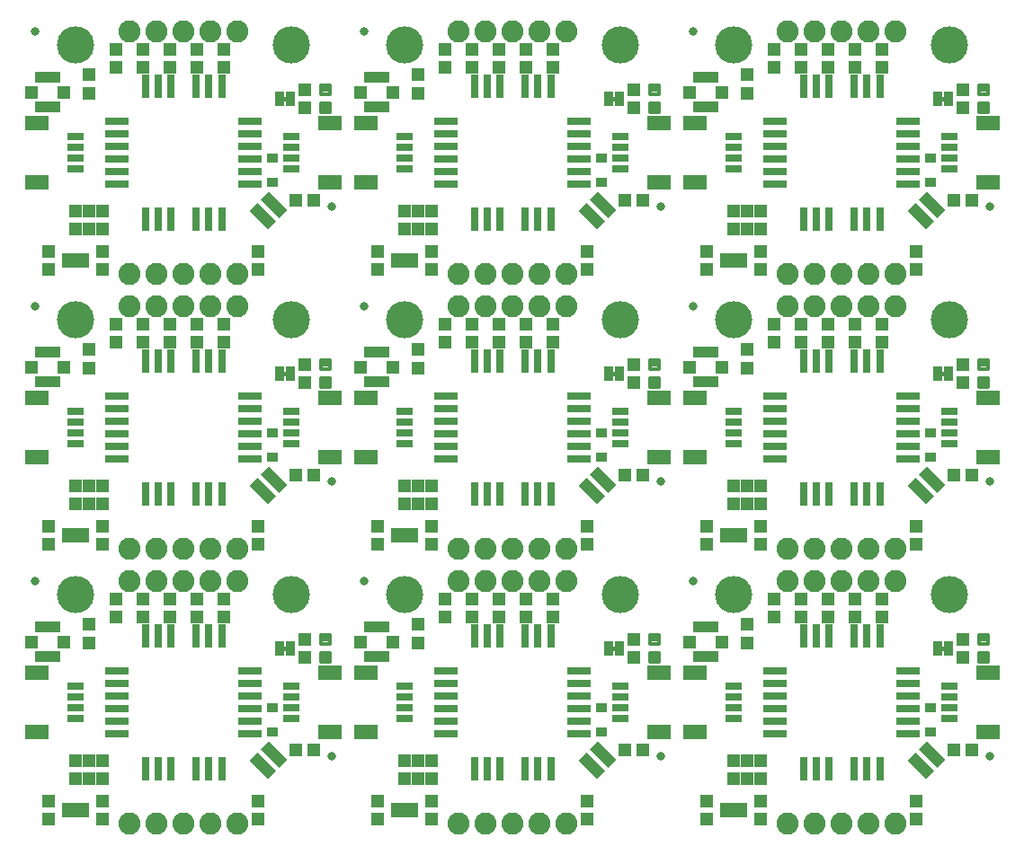
<source format=gts>
G75*
%MOIN*%
%OFA0B0*%
%FSLAX25Y25*%
%IPPOS*%
%LPD*%
%AMOC8*
5,1,8,0,0,1.08239X$1,22.5*
%
%ADD10C,0.13800*%
%ADD11C,0.03300*%
%ADD12R,0.08674X0.05524*%
%ADD13R,0.06115X0.03162*%
%ADD14C,0.08200*%
%ADD15R,0.04737X0.05131*%
%ADD16R,0.09658X0.04146*%
%ADD17R,0.08674X0.03162*%
%ADD18R,0.03162X0.08674*%
%ADD19R,0.03300X0.05800*%
%ADD20C,0.01421*%
%ADD21C,0.00500*%
%ADD22R,0.04068X0.03280*%
%ADD23R,0.05131X0.04737*%
%ADD24R,0.09461X0.04146*%
%ADD25R,0.04934X0.04737*%
D10*
X0064500Y0151833D03*
X0144500Y0151833D03*
X0186500Y0151833D03*
X0266500Y0151833D03*
X0308500Y0151833D03*
X0388500Y0151833D03*
X0388500Y0253833D03*
X0308500Y0253833D03*
X0266500Y0253833D03*
X0186500Y0253833D03*
X0144500Y0253833D03*
X0064500Y0253833D03*
X0064500Y0355833D03*
X0144500Y0355833D03*
X0186500Y0355833D03*
X0266500Y0355833D03*
X0308500Y0355833D03*
X0388500Y0355833D03*
D11*
X0403500Y0295833D03*
X0293500Y0258833D03*
X0281500Y0295833D03*
X0293500Y0360833D03*
X0171500Y0360833D03*
X0159500Y0295833D03*
X0171500Y0258833D03*
X0159500Y0193833D03*
X0171500Y0156833D03*
X0159500Y0091833D03*
X0049500Y0156833D03*
X0049500Y0258833D03*
X0049500Y0360833D03*
X0281500Y0193833D03*
X0293500Y0156833D03*
X0281500Y0091833D03*
X0403500Y0091833D03*
X0403500Y0193833D03*
D12*
X0402969Y0202810D03*
X0402969Y0224857D03*
X0402969Y0304810D03*
X0402969Y0326857D03*
X0294031Y0326857D03*
X0280969Y0326857D03*
X0280969Y0304810D03*
X0294031Y0304810D03*
X0294031Y0224857D03*
X0280969Y0224857D03*
X0280969Y0202810D03*
X0294031Y0202810D03*
X0294031Y0122857D03*
X0280969Y0122857D03*
X0280969Y0100810D03*
X0294031Y0100810D03*
X0402969Y0100810D03*
X0402969Y0122857D03*
X0172031Y0122857D03*
X0158969Y0122857D03*
X0158969Y0100810D03*
X0172031Y0100810D03*
X0050031Y0100810D03*
X0050031Y0122857D03*
X0050031Y0202810D03*
X0050031Y0224857D03*
X0050031Y0304810D03*
X0050031Y0326857D03*
X0158969Y0326857D03*
X0172031Y0326857D03*
X0172031Y0304810D03*
X0158969Y0304810D03*
X0158969Y0224857D03*
X0172031Y0224857D03*
X0172031Y0202810D03*
X0158969Y0202810D03*
D13*
X0144500Y0207928D03*
X0144500Y0211865D03*
X0144500Y0215802D03*
X0144500Y0219739D03*
X0186500Y0219739D03*
X0186500Y0215802D03*
X0186500Y0211865D03*
X0186500Y0207928D03*
X0266500Y0207928D03*
X0266500Y0211865D03*
X0266500Y0215802D03*
X0266500Y0219739D03*
X0308500Y0219739D03*
X0308500Y0215802D03*
X0308500Y0211865D03*
X0308500Y0207928D03*
X0388500Y0207928D03*
X0388500Y0211865D03*
X0388500Y0215802D03*
X0388500Y0219739D03*
X0388500Y0309928D03*
X0388500Y0313865D03*
X0388500Y0317802D03*
X0388500Y0321739D03*
X0308500Y0321739D03*
X0308500Y0317802D03*
X0308500Y0313865D03*
X0308500Y0309928D03*
X0266500Y0309928D03*
X0266500Y0313865D03*
X0266500Y0317802D03*
X0266500Y0321739D03*
X0186500Y0321739D03*
X0186500Y0317802D03*
X0186500Y0313865D03*
X0186500Y0309928D03*
X0144500Y0309928D03*
X0144500Y0313865D03*
X0144500Y0317802D03*
X0144500Y0321739D03*
X0064500Y0321739D03*
X0064500Y0317802D03*
X0064500Y0313865D03*
X0064500Y0309928D03*
X0064500Y0219739D03*
X0064500Y0215802D03*
X0064500Y0211865D03*
X0064500Y0207928D03*
X0064500Y0117739D03*
X0064500Y0113802D03*
X0064500Y0109865D03*
X0064500Y0105928D03*
X0144500Y0105928D03*
X0144500Y0109865D03*
X0144500Y0113802D03*
X0144500Y0117739D03*
X0186500Y0117739D03*
X0186500Y0113802D03*
X0186500Y0109865D03*
X0186500Y0105928D03*
X0266500Y0105928D03*
X0266500Y0109865D03*
X0266500Y0113802D03*
X0266500Y0117739D03*
X0308500Y0117739D03*
X0308500Y0113802D03*
X0308500Y0109865D03*
X0308500Y0105928D03*
X0388500Y0105928D03*
X0388500Y0109865D03*
X0388500Y0113802D03*
X0388500Y0117739D03*
D14*
X0368500Y0156833D03*
X0358500Y0156833D03*
X0348500Y0156833D03*
X0338500Y0156833D03*
X0328500Y0156833D03*
X0328500Y0168833D03*
X0338500Y0168833D03*
X0348500Y0168833D03*
X0358500Y0168833D03*
X0368500Y0168833D03*
X0368500Y0258833D03*
X0358500Y0258833D03*
X0348500Y0258833D03*
X0338500Y0258833D03*
X0328500Y0258833D03*
X0328500Y0270833D03*
X0338500Y0270833D03*
X0348500Y0270833D03*
X0358500Y0270833D03*
X0368500Y0270833D03*
X0368500Y0360833D03*
X0358500Y0360833D03*
X0348500Y0360833D03*
X0338500Y0360833D03*
X0328500Y0360833D03*
X0246500Y0360833D03*
X0236500Y0360833D03*
X0226500Y0360833D03*
X0216500Y0360833D03*
X0206500Y0360833D03*
X0124500Y0360833D03*
X0114500Y0360833D03*
X0104500Y0360833D03*
X0094500Y0360833D03*
X0084500Y0360833D03*
X0084500Y0270833D03*
X0094500Y0270833D03*
X0104500Y0270833D03*
X0114500Y0270833D03*
X0124500Y0270833D03*
X0124500Y0258833D03*
X0114500Y0258833D03*
X0104500Y0258833D03*
X0094500Y0258833D03*
X0084500Y0258833D03*
X0084500Y0168833D03*
X0094500Y0168833D03*
X0104500Y0168833D03*
X0114500Y0168833D03*
X0124500Y0168833D03*
X0124500Y0156833D03*
X0114500Y0156833D03*
X0104500Y0156833D03*
X0094500Y0156833D03*
X0084500Y0156833D03*
X0084500Y0066833D03*
X0094500Y0066833D03*
X0104500Y0066833D03*
X0114500Y0066833D03*
X0124500Y0066833D03*
X0206500Y0066833D03*
X0216500Y0066833D03*
X0226500Y0066833D03*
X0236500Y0066833D03*
X0246500Y0066833D03*
X0328500Y0066833D03*
X0338500Y0066833D03*
X0348500Y0066833D03*
X0358500Y0066833D03*
X0368500Y0066833D03*
X0246500Y0156833D03*
X0236500Y0156833D03*
X0226500Y0156833D03*
X0216500Y0156833D03*
X0206500Y0156833D03*
X0206500Y0168833D03*
X0216500Y0168833D03*
X0226500Y0168833D03*
X0236500Y0168833D03*
X0246500Y0168833D03*
X0246500Y0258833D03*
X0236500Y0258833D03*
X0226500Y0258833D03*
X0216500Y0258833D03*
X0206500Y0258833D03*
X0206500Y0270833D03*
X0216500Y0270833D03*
X0226500Y0270833D03*
X0236500Y0270833D03*
X0246500Y0270833D03*
D15*
X0054500Y0068487D03*
X0054500Y0075180D03*
X0064500Y0083487D03*
X0069500Y0083487D03*
X0074500Y0083487D03*
X0074500Y0090180D03*
X0069500Y0090180D03*
X0064500Y0090180D03*
X0074500Y0075180D03*
X0074500Y0068487D03*
X0132000Y0068487D03*
X0132000Y0075180D03*
X0176500Y0075180D03*
X0176500Y0068487D03*
X0186500Y0083487D03*
X0191500Y0083487D03*
X0196500Y0083487D03*
X0196500Y0090180D03*
X0191500Y0090180D03*
X0186500Y0090180D03*
X0196500Y0075180D03*
X0196500Y0068487D03*
X0254000Y0068487D03*
X0254000Y0075180D03*
X0298500Y0075180D03*
X0298500Y0068487D03*
X0308500Y0083487D03*
X0313500Y0083487D03*
X0318500Y0083487D03*
X0318500Y0090180D03*
X0313500Y0090180D03*
X0308500Y0090180D03*
X0318500Y0075180D03*
X0318500Y0068487D03*
X0376000Y0068487D03*
X0376000Y0075180D03*
X0393500Y0128487D03*
X0393500Y0135180D03*
X0363500Y0143487D03*
X0363500Y0150180D03*
X0353500Y0150180D03*
X0353500Y0143487D03*
X0343500Y0143487D03*
X0343500Y0150180D03*
X0333500Y0150180D03*
X0333500Y0143487D03*
X0323500Y0143487D03*
X0323500Y0150180D03*
X0313500Y0140680D03*
X0313500Y0133987D03*
X0271500Y0135180D03*
X0271500Y0128487D03*
X0241500Y0143487D03*
X0241500Y0150180D03*
X0231500Y0150180D03*
X0231500Y0143487D03*
X0221500Y0143487D03*
X0221500Y0150180D03*
X0211500Y0150180D03*
X0211500Y0143487D03*
X0201500Y0143487D03*
X0201500Y0150180D03*
X0191500Y0140680D03*
X0191500Y0133987D03*
X0149500Y0135180D03*
X0149500Y0128487D03*
X0119500Y0143487D03*
X0119500Y0150180D03*
X0109500Y0150180D03*
X0109500Y0143487D03*
X0099500Y0143487D03*
X0099500Y0150180D03*
X0089500Y0150180D03*
X0089500Y0143487D03*
X0079500Y0143487D03*
X0079500Y0150180D03*
X0069500Y0140680D03*
X0069500Y0133987D03*
X0074500Y0170487D03*
X0074500Y0177180D03*
X0074500Y0185487D03*
X0069500Y0185487D03*
X0064500Y0185487D03*
X0064500Y0192180D03*
X0069500Y0192180D03*
X0074500Y0192180D03*
X0054500Y0177180D03*
X0054500Y0170487D03*
X0132000Y0170487D03*
X0132000Y0177180D03*
X0176500Y0177180D03*
X0176500Y0170487D03*
X0186500Y0185487D03*
X0191500Y0185487D03*
X0196500Y0185487D03*
X0196500Y0192180D03*
X0191500Y0192180D03*
X0186500Y0192180D03*
X0196500Y0177180D03*
X0196500Y0170487D03*
X0254000Y0170487D03*
X0254000Y0177180D03*
X0298500Y0177180D03*
X0298500Y0170487D03*
X0308500Y0185487D03*
X0313500Y0185487D03*
X0318500Y0185487D03*
X0318500Y0192180D03*
X0313500Y0192180D03*
X0308500Y0192180D03*
X0318500Y0177180D03*
X0318500Y0170487D03*
X0376000Y0170487D03*
X0376000Y0177180D03*
X0393500Y0230487D03*
X0393500Y0237180D03*
X0363500Y0245487D03*
X0363500Y0252180D03*
X0353500Y0252180D03*
X0353500Y0245487D03*
X0343500Y0245487D03*
X0343500Y0252180D03*
X0333500Y0252180D03*
X0333500Y0245487D03*
X0323500Y0245487D03*
X0323500Y0252180D03*
X0313500Y0242680D03*
X0313500Y0235987D03*
X0271500Y0237180D03*
X0271500Y0230487D03*
X0241500Y0245487D03*
X0241500Y0252180D03*
X0231500Y0252180D03*
X0231500Y0245487D03*
X0221500Y0245487D03*
X0221500Y0252180D03*
X0211500Y0252180D03*
X0211500Y0245487D03*
X0201500Y0245487D03*
X0201500Y0252180D03*
X0191500Y0242680D03*
X0191500Y0235987D03*
X0149500Y0237180D03*
X0149500Y0230487D03*
X0119500Y0245487D03*
X0119500Y0252180D03*
X0109500Y0252180D03*
X0109500Y0245487D03*
X0099500Y0245487D03*
X0099500Y0252180D03*
X0089500Y0252180D03*
X0089500Y0245487D03*
X0079500Y0245487D03*
X0079500Y0252180D03*
X0069500Y0242680D03*
X0069500Y0235987D03*
X0074500Y0272487D03*
X0074500Y0279180D03*
X0074500Y0287487D03*
X0069500Y0287487D03*
X0064500Y0287487D03*
X0064500Y0294180D03*
X0069500Y0294180D03*
X0074500Y0294180D03*
X0054500Y0279180D03*
X0054500Y0272487D03*
X0132000Y0272487D03*
X0132000Y0279180D03*
X0176500Y0279180D03*
X0176500Y0272487D03*
X0186500Y0287487D03*
X0191500Y0287487D03*
X0196500Y0287487D03*
X0196500Y0294180D03*
X0191500Y0294180D03*
X0186500Y0294180D03*
X0196500Y0279180D03*
X0196500Y0272487D03*
X0254000Y0272487D03*
X0254000Y0279180D03*
X0298500Y0279180D03*
X0298500Y0272487D03*
X0308500Y0287487D03*
X0313500Y0287487D03*
X0318500Y0287487D03*
X0318500Y0294180D03*
X0313500Y0294180D03*
X0308500Y0294180D03*
X0318500Y0279180D03*
X0318500Y0272487D03*
X0376000Y0272487D03*
X0376000Y0279180D03*
X0393500Y0332487D03*
X0393500Y0339180D03*
X0363500Y0347487D03*
X0363500Y0354180D03*
X0353500Y0354180D03*
X0353500Y0347487D03*
X0343500Y0347487D03*
X0343500Y0354180D03*
X0333500Y0354180D03*
X0333500Y0347487D03*
X0323500Y0347487D03*
X0323500Y0354180D03*
X0313500Y0344680D03*
X0313500Y0337987D03*
X0271500Y0339180D03*
X0271500Y0332487D03*
X0241500Y0347487D03*
X0241500Y0354180D03*
X0231500Y0354180D03*
X0231500Y0347487D03*
X0221500Y0347487D03*
X0221500Y0354180D03*
X0211500Y0354180D03*
X0211500Y0347487D03*
X0201500Y0347487D03*
X0201500Y0354180D03*
X0191500Y0344680D03*
X0191500Y0337987D03*
X0149500Y0339180D03*
X0149500Y0332487D03*
X0119500Y0347487D03*
X0119500Y0354180D03*
X0109500Y0354180D03*
X0109500Y0347487D03*
X0099500Y0347487D03*
X0099500Y0354180D03*
X0089500Y0354180D03*
X0089500Y0347487D03*
X0079500Y0347487D03*
X0079500Y0354180D03*
X0069500Y0344680D03*
X0069500Y0337987D03*
D16*
G36*
X0135803Y0287423D02*
X0128975Y0294251D01*
X0131907Y0297183D01*
X0138735Y0290355D01*
X0135803Y0287423D01*
G37*
G36*
X0139978Y0291599D02*
X0133150Y0298427D01*
X0136082Y0301359D01*
X0142910Y0294531D01*
X0139978Y0291599D01*
G37*
G36*
X0257803Y0287423D02*
X0250975Y0294251D01*
X0253907Y0297183D01*
X0260735Y0290355D01*
X0257803Y0287423D01*
G37*
G36*
X0261978Y0291599D02*
X0255150Y0298427D01*
X0258082Y0301359D01*
X0264910Y0294531D01*
X0261978Y0291599D01*
G37*
G36*
X0379803Y0287423D02*
X0372975Y0294251D01*
X0375907Y0297183D01*
X0382735Y0290355D01*
X0379803Y0287423D01*
G37*
G36*
X0383978Y0291599D02*
X0377150Y0298427D01*
X0380082Y0301359D01*
X0386910Y0294531D01*
X0383978Y0291599D01*
G37*
G36*
X0383978Y0189599D02*
X0377150Y0196427D01*
X0380082Y0199359D01*
X0386910Y0192531D01*
X0383978Y0189599D01*
G37*
G36*
X0379803Y0185423D02*
X0372975Y0192251D01*
X0375907Y0195183D01*
X0382735Y0188355D01*
X0379803Y0185423D01*
G37*
G36*
X0383978Y0087599D02*
X0377150Y0094427D01*
X0380082Y0097359D01*
X0386910Y0090531D01*
X0383978Y0087599D01*
G37*
G36*
X0379803Y0083423D02*
X0372975Y0090251D01*
X0375907Y0093183D01*
X0382735Y0086355D01*
X0379803Y0083423D01*
G37*
G36*
X0261978Y0087599D02*
X0255150Y0094427D01*
X0258082Y0097359D01*
X0264910Y0090531D01*
X0261978Y0087599D01*
G37*
G36*
X0257803Y0083423D02*
X0250975Y0090251D01*
X0253907Y0093183D01*
X0260735Y0086355D01*
X0257803Y0083423D01*
G37*
G36*
X0139978Y0087599D02*
X0133150Y0094427D01*
X0136082Y0097359D01*
X0142910Y0090531D01*
X0139978Y0087599D01*
G37*
G36*
X0135803Y0083423D02*
X0128975Y0090251D01*
X0131907Y0093183D01*
X0138735Y0086355D01*
X0135803Y0083423D01*
G37*
G36*
X0135803Y0185423D02*
X0128975Y0192251D01*
X0131907Y0195183D01*
X0138735Y0188355D01*
X0135803Y0185423D01*
G37*
G36*
X0139978Y0189599D02*
X0133150Y0196427D01*
X0136082Y0199359D01*
X0142910Y0192531D01*
X0139978Y0189599D01*
G37*
G36*
X0257803Y0185423D02*
X0250975Y0192251D01*
X0253907Y0195183D01*
X0260735Y0188355D01*
X0257803Y0185423D01*
G37*
G36*
X0261978Y0189599D02*
X0255150Y0196427D01*
X0258082Y0199359D01*
X0264910Y0192531D01*
X0261978Y0189599D01*
G37*
D17*
X0251106Y0202022D03*
X0251106Y0206747D03*
X0251106Y0211471D03*
X0251106Y0216196D03*
X0251106Y0220920D03*
X0251106Y0225644D03*
X0201894Y0225644D03*
X0201894Y0220920D03*
X0201894Y0216196D03*
X0201894Y0211471D03*
X0201894Y0206747D03*
X0201894Y0202022D03*
X0129106Y0202022D03*
X0129106Y0206747D03*
X0129106Y0211471D03*
X0129106Y0216196D03*
X0129106Y0220920D03*
X0129106Y0225644D03*
X0079894Y0225644D03*
X0079894Y0220920D03*
X0079894Y0216196D03*
X0079894Y0211471D03*
X0079894Y0206747D03*
X0079894Y0202022D03*
X0079894Y0123644D03*
X0079894Y0118920D03*
X0079894Y0114196D03*
X0079894Y0109471D03*
X0079894Y0104747D03*
X0079894Y0100022D03*
X0129106Y0100022D03*
X0129106Y0104747D03*
X0129106Y0109471D03*
X0129106Y0114196D03*
X0129106Y0118920D03*
X0129106Y0123644D03*
X0201894Y0123644D03*
X0201894Y0118920D03*
X0201894Y0114196D03*
X0201894Y0109471D03*
X0201894Y0104747D03*
X0201894Y0100022D03*
X0251106Y0100022D03*
X0251106Y0104747D03*
X0251106Y0109471D03*
X0251106Y0114196D03*
X0251106Y0118920D03*
X0251106Y0123644D03*
X0323894Y0123644D03*
X0323894Y0118920D03*
X0323894Y0114196D03*
X0323894Y0109471D03*
X0323894Y0104747D03*
X0323894Y0100022D03*
X0373106Y0100022D03*
X0373106Y0104747D03*
X0373106Y0109471D03*
X0373106Y0114196D03*
X0373106Y0118920D03*
X0373106Y0123644D03*
X0373106Y0202022D03*
X0373106Y0206747D03*
X0373106Y0211471D03*
X0373106Y0216196D03*
X0373106Y0220920D03*
X0373106Y0225644D03*
X0323894Y0225644D03*
X0323894Y0220920D03*
X0323894Y0216196D03*
X0323894Y0211471D03*
X0323894Y0206747D03*
X0323894Y0202022D03*
X0323894Y0304022D03*
X0323894Y0308747D03*
X0323894Y0313471D03*
X0323894Y0318196D03*
X0323894Y0322920D03*
X0323894Y0327644D03*
X0373106Y0327644D03*
X0373106Y0322920D03*
X0373106Y0318196D03*
X0373106Y0313471D03*
X0373106Y0308747D03*
X0373106Y0304022D03*
X0251106Y0304022D03*
X0251106Y0308747D03*
X0251106Y0313471D03*
X0251106Y0318196D03*
X0251106Y0322920D03*
X0251106Y0327644D03*
X0201894Y0327644D03*
X0201894Y0322920D03*
X0201894Y0318196D03*
X0201894Y0313471D03*
X0201894Y0308747D03*
X0201894Y0304022D03*
X0129106Y0304022D03*
X0129106Y0308747D03*
X0129106Y0313471D03*
X0129106Y0318196D03*
X0129106Y0322920D03*
X0129106Y0327644D03*
X0079894Y0327644D03*
X0079894Y0322920D03*
X0079894Y0318196D03*
X0079894Y0313471D03*
X0079894Y0308747D03*
X0079894Y0304022D03*
D18*
X0090327Y0291227D03*
X0095051Y0291227D03*
X0099776Y0291227D03*
X0109224Y0291227D03*
X0113949Y0291227D03*
X0118673Y0291227D03*
X0118673Y0340440D03*
X0113949Y0340440D03*
X0109224Y0340440D03*
X0099776Y0340440D03*
X0095051Y0340440D03*
X0090327Y0340440D03*
X0212327Y0340440D03*
X0217051Y0340440D03*
X0221776Y0340440D03*
X0231224Y0340440D03*
X0235949Y0340440D03*
X0240673Y0340440D03*
X0240673Y0291227D03*
X0235949Y0291227D03*
X0231224Y0291227D03*
X0221776Y0291227D03*
X0217051Y0291227D03*
X0212327Y0291227D03*
X0212327Y0238440D03*
X0217051Y0238440D03*
X0221776Y0238440D03*
X0231224Y0238440D03*
X0235949Y0238440D03*
X0240673Y0238440D03*
X0240673Y0189227D03*
X0235949Y0189227D03*
X0231224Y0189227D03*
X0221776Y0189227D03*
X0217051Y0189227D03*
X0212327Y0189227D03*
X0212327Y0136440D03*
X0217051Y0136440D03*
X0221776Y0136440D03*
X0231224Y0136440D03*
X0235949Y0136440D03*
X0240673Y0136440D03*
X0240673Y0087227D03*
X0235949Y0087227D03*
X0231224Y0087227D03*
X0221776Y0087227D03*
X0217051Y0087227D03*
X0212327Y0087227D03*
X0118673Y0087227D03*
X0113949Y0087227D03*
X0109224Y0087227D03*
X0099776Y0087227D03*
X0095051Y0087227D03*
X0090327Y0087227D03*
X0090327Y0136440D03*
X0095051Y0136440D03*
X0099776Y0136440D03*
X0109224Y0136440D03*
X0113949Y0136440D03*
X0118673Y0136440D03*
X0118673Y0189227D03*
X0113949Y0189227D03*
X0109224Y0189227D03*
X0099776Y0189227D03*
X0095051Y0189227D03*
X0090327Y0189227D03*
X0090327Y0238440D03*
X0095051Y0238440D03*
X0099776Y0238440D03*
X0109224Y0238440D03*
X0113949Y0238440D03*
X0118673Y0238440D03*
X0334327Y0238440D03*
X0339051Y0238440D03*
X0343776Y0238440D03*
X0353224Y0238440D03*
X0357949Y0238440D03*
X0362673Y0238440D03*
X0362673Y0189227D03*
X0357949Y0189227D03*
X0353224Y0189227D03*
X0343776Y0189227D03*
X0339051Y0189227D03*
X0334327Y0189227D03*
X0334327Y0136440D03*
X0339051Y0136440D03*
X0343776Y0136440D03*
X0353224Y0136440D03*
X0357949Y0136440D03*
X0362673Y0136440D03*
X0362673Y0087227D03*
X0357949Y0087227D03*
X0353224Y0087227D03*
X0343776Y0087227D03*
X0339051Y0087227D03*
X0334327Y0087227D03*
X0334327Y0291227D03*
X0339051Y0291227D03*
X0343776Y0291227D03*
X0353224Y0291227D03*
X0357949Y0291227D03*
X0362673Y0291227D03*
X0362673Y0340440D03*
X0357949Y0340440D03*
X0353224Y0340440D03*
X0343776Y0340440D03*
X0339051Y0340440D03*
X0334327Y0340440D03*
D19*
X0384000Y0335833D03*
X0388000Y0335833D03*
X0311700Y0275833D03*
X0308500Y0275833D03*
X0305300Y0275833D03*
X0266000Y0233833D03*
X0262000Y0233833D03*
X0189700Y0275833D03*
X0186500Y0275833D03*
X0183300Y0275833D03*
X0144000Y0233833D03*
X0140000Y0233833D03*
X0067700Y0275833D03*
X0064500Y0275833D03*
X0061300Y0275833D03*
X0140000Y0335833D03*
X0144000Y0335833D03*
X0262000Y0335833D03*
X0266000Y0335833D03*
X0384000Y0233833D03*
X0388000Y0233833D03*
X0311700Y0173833D03*
X0308500Y0173833D03*
X0305300Y0173833D03*
X0266000Y0131833D03*
X0262000Y0131833D03*
X0189700Y0173833D03*
X0186500Y0173833D03*
X0183300Y0173833D03*
X0144000Y0131833D03*
X0140000Y0131833D03*
X0067700Y0173833D03*
X0064500Y0173833D03*
X0061300Y0173833D03*
X0061300Y0071833D03*
X0064500Y0071833D03*
X0067700Y0071833D03*
X0183300Y0071833D03*
X0186500Y0071833D03*
X0189700Y0071833D03*
X0305300Y0071833D03*
X0308500Y0071833D03*
X0311700Y0071833D03*
X0384000Y0131833D03*
X0388000Y0131833D03*
D20*
X0399342Y0126723D02*
X0402658Y0126723D01*
X0399342Y0126723D02*
X0399342Y0130039D01*
X0402658Y0130039D01*
X0402658Y0126723D01*
X0402658Y0128143D02*
X0399342Y0128143D01*
X0399342Y0129563D02*
X0402658Y0129563D01*
X0402658Y0133628D02*
X0399342Y0133628D01*
X0399342Y0136944D01*
X0402658Y0136944D01*
X0402658Y0133628D01*
X0402658Y0135048D02*
X0399342Y0135048D01*
X0399342Y0136468D02*
X0402658Y0136468D01*
X0402658Y0228723D02*
X0399342Y0228723D01*
X0399342Y0232039D01*
X0402658Y0232039D01*
X0402658Y0228723D01*
X0402658Y0230143D02*
X0399342Y0230143D01*
X0399342Y0231563D02*
X0402658Y0231563D01*
X0402658Y0235628D02*
X0399342Y0235628D01*
X0399342Y0238944D01*
X0402658Y0238944D01*
X0402658Y0235628D01*
X0402658Y0237048D02*
X0399342Y0237048D01*
X0399342Y0238468D02*
X0402658Y0238468D01*
X0402658Y0330723D02*
X0399342Y0330723D01*
X0399342Y0334039D01*
X0402658Y0334039D01*
X0402658Y0330723D01*
X0402658Y0332143D02*
X0399342Y0332143D01*
X0399342Y0333563D02*
X0402658Y0333563D01*
X0402658Y0337628D02*
X0399342Y0337628D01*
X0399342Y0340944D01*
X0402658Y0340944D01*
X0402658Y0337628D01*
X0402658Y0339048D02*
X0399342Y0339048D01*
X0399342Y0340468D02*
X0402658Y0340468D01*
X0280658Y0337628D02*
X0277342Y0337628D01*
X0277342Y0340944D01*
X0280658Y0340944D01*
X0280658Y0337628D01*
X0280658Y0339048D02*
X0277342Y0339048D01*
X0277342Y0340468D02*
X0280658Y0340468D01*
X0280658Y0330723D02*
X0277342Y0330723D01*
X0277342Y0334039D01*
X0280658Y0334039D01*
X0280658Y0330723D01*
X0280658Y0332143D02*
X0277342Y0332143D01*
X0277342Y0333563D02*
X0280658Y0333563D01*
X0280658Y0235628D02*
X0277342Y0235628D01*
X0277342Y0238944D01*
X0280658Y0238944D01*
X0280658Y0235628D01*
X0280658Y0237048D02*
X0277342Y0237048D01*
X0277342Y0238468D02*
X0280658Y0238468D01*
X0280658Y0228723D02*
X0277342Y0228723D01*
X0277342Y0232039D01*
X0280658Y0232039D01*
X0280658Y0228723D01*
X0280658Y0230143D02*
X0277342Y0230143D01*
X0277342Y0231563D02*
X0280658Y0231563D01*
X0280658Y0133628D02*
X0277342Y0133628D01*
X0277342Y0136944D01*
X0280658Y0136944D01*
X0280658Y0133628D01*
X0280658Y0135048D02*
X0277342Y0135048D01*
X0277342Y0136468D02*
X0280658Y0136468D01*
X0280658Y0126723D02*
X0277342Y0126723D01*
X0277342Y0130039D01*
X0280658Y0130039D01*
X0280658Y0126723D01*
X0280658Y0128143D02*
X0277342Y0128143D01*
X0277342Y0129563D02*
X0280658Y0129563D01*
X0158658Y0126723D02*
X0155342Y0126723D01*
X0155342Y0130039D01*
X0158658Y0130039D01*
X0158658Y0126723D01*
X0158658Y0128143D02*
X0155342Y0128143D01*
X0155342Y0129563D02*
X0158658Y0129563D01*
X0158658Y0133628D02*
X0155342Y0133628D01*
X0155342Y0136944D01*
X0158658Y0136944D01*
X0158658Y0133628D01*
X0158658Y0135048D02*
X0155342Y0135048D01*
X0155342Y0136468D02*
X0158658Y0136468D01*
X0158658Y0228723D02*
X0155342Y0228723D01*
X0155342Y0232039D01*
X0158658Y0232039D01*
X0158658Y0228723D01*
X0158658Y0230143D02*
X0155342Y0230143D01*
X0155342Y0231563D02*
X0158658Y0231563D01*
X0158658Y0235628D02*
X0155342Y0235628D01*
X0155342Y0238944D01*
X0158658Y0238944D01*
X0158658Y0235628D01*
X0158658Y0237048D02*
X0155342Y0237048D01*
X0155342Y0238468D02*
X0158658Y0238468D01*
X0158658Y0330723D02*
X0155342Y0330723D01*
X0155342Y0334039D01*
X0158658Y0334039D01*
X0158658Y0330723D01*
X0158658Y0332143D02*
X0155342Y0332143D01*
X0155342Y0333563D02*
X0158658Y0333563D01*
X0158658Y0337628D02*
X0155342Y0337628D01*
X0155342Y0340944D01*
X0158658Y0340944D01*
X0158658Y0337628D01*
X0158658Y0339048D02*
X0155342Y0339048D01*
X0155342Y0340468D02*
X0158658Y0340468D01*
D21*
X0142750Y0336333D02*
X0142750Y0335333D01*
X0141250Y0335333D01*
X0141250Y0336333D01*
X0142750Y0336333D01*
X0142750Y0336015D02*
X0141250Y0336015D01*
X0141250Y0335516D02*
X0142750Y0335516D01*
X0263250Y0335516D02*
X0264750Y0335516D01*
X0264750Y0335333D02*
X0264750Y0336333D01*
X0263250Y0336333D01*
X0263250Y0335333D01*
X0264750Y0335333D01*
X0264750Y0336015D02*
X0263250Y0336015D01*
X0385250Y0336015D02*
X0386750Y0336015D01*
X0386750Y0336333D02*
X0386750Y0335333D01*
X0385250Y0335333D01*
X0385250Y0336333D01*
X0386750Y0336333D01*
X0386750Y0335516D02*
X0385250Y0335516D01*
X0385250Y0234333D02*
X0386750Y0234333D01*
X0386750Y0233333D01*
X0385250Y0233333D01*
X0385250Y0234333D01*
X0385250Y0234318D02*
X0386750Y0234318D01*
X0386750Y0233820D02*
X0385250Y0233820D01*
X0264750Y0233820D02*
X0263250Y0233820D01*
X0263250Y0233333D02*
X0263250Y0234333D01*
X0264750Y0234333D01*
X0264750Y0233333D01*
X0263250Y0233333D01*
X0263250Y0234318D02*
X0264750Y0234318D01*
X0142750Y0234318D02*
X0141250Y0234318D01*
X0141250Y0234333D02*
X0142750Y0234333D01*
X0142750Y0233333D01*
X0141250Y0233333D01*
X0141250Y0234333D01*
X0141250Y0233820D02*
X0142750Y0233820D01*
X0142750Y0132333D02*
X0142750Y0131333D01*
X0141250Y0131333D01*
X0141250Y0132333D01*
X0142750Y0132333D01*
X0142750Y0132123D02*
X0141250Y0132123D01*
X0141250Y0131625D02*
X0142750Y0131625D01*
X0263250Y0131625D02*
X0264750Y0131625D01*
X0264750Y0131333D02*
X0264750Y0132333D01*
X0263250Y0132333D01*
X0263250Y0131333D01*
X0264750Y0131333D01*
X0264750Y0132123D02*
X0263250Y0132123D01*
X0385250Y0132123D02*
X0386750Y0132123D01*
X0386750Y0132333D02*
X0386750Y0131333D01*
X0385250Y0131333D01*
X0385250Y0132333D01*
X0386750Y0132333D01*
X0386750Y0131625D02*
X0385250Y0131625D01*
D22*
X0381500Y0109861D03*
X0381500Y0100806D03*
X0259500Y0100806D03*
X0259500Y0109861D03*
X0259500Y0202806D03*
X0259500Y0211861D03*
X0259500Y0304806D03*
X0259500Y0313861D03*
X0137500Y0313861D03*
X0137500Y0304806D03*
X0137500Y0211861D03*
X0137500Y0202806D03*
X0137500Y0109861D03*
X0137500Y0100806D03*
X0381500Y0202806D03*
X0381500Y0211861D03*
X0381500Y0304806D03*
X0381500Y0313861D03*
D23*
X0390154Y0298333D03*
X0396846Y0298333D03*
X0274846Y0298333D03*
X0268154Y0298333D03*
X0152846Y0298333D03*
X0146154Y0298333D03*
X0146154Y0196333D03*
X0152846Y0196333D03*
X0268154Y0196333D03*
X0274846Y0196333D03*
X0390154Y0196333D03*
X0396846Y0196333D03*
X0396846Y0094333D03*
X0390154Y0094333D03*
X0274846Y0094333D03*
X0268154Y0094333D03*
X0152846Y0094333D03*
X0146154Y0094333D03*
D24*
X0176000Y0128920D03*
X0176000Y0139747D03*
X0176000Y0230920D03*
X0176000Y0241747D03*
X0176000Y0332920D03*
X0176000Y0343747D03*
X0054000Y0343747D03*
X0054000Y0332920D03*
X0054000Y0241747D03*
X0054000Y0230920D03*
X0054000Y0139747D03*
X0054000Y0128920D03*
X0298000Y0128920D03*
X0298000Y0139747D03*
X0298000Y0230920D03*
X0298000Y0241747D03*
X0298000Y0332920D03*
X0298000Y0343747D03*
D25*
X0291996Y0338333D03*
X0304004Y0338333D03*
X0182004Y0338333D03*
X0169996Y0338333D03*
X0060004Y0338333D03*
X0047996Y0338333D03*
X0047996Y0236333D03*
X0060004Y0236333D03*
X0169996Y0236333D03*
X0182004Y0236333D03*
X0291996Y0236333D03*
X0304004Y0236333D03*
X0304004Y0134333D03*
X0291996Y0134333D03*
X0182004Y0134333D03*
X0169996Y0134333D03*
X0060004Y0134333D03*
X0047996Y0134333D03*
M02*

</source>
